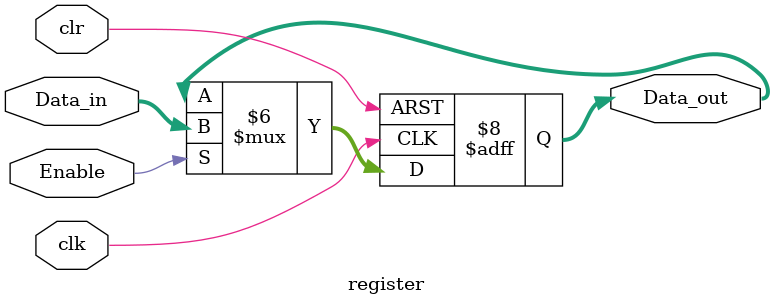
<source format=v>
`timescale 1ns / 1ps


module register(Data_in,Enable,clk,clr,Data_out);
	parameter WIDTH = 32;
	//WIDTH:²ÎÊý£¬ÔÚÊµÀý»¯Ê±£¬¿ÉÒÔÊ¹ÓÃ´Ë²ÎÊýÀ©Õ¹DataµÄÎ»¿í
	input wire [WIDTH-1:0] Data_in;
	//clr ÉÏÉýÑØ Òì²½ÇåÁãData_out
	//Ê¹ÄÜ¶ËÎª0Ê±,ºöÂÔÊ±ÖÓ
	//Ê¹ÄÜ¶ËÎª1Ê±,Ê±ÖÓÉÏÉýÑØ¸üÐÂData_out
	input wire Enable;
	input wire clk;
	input wire clr;
	output reg [WIDTH-1:0] Data_out;
	
	initial begin
		Data_out = 0;
	end
	
	always @(posedge clr or posedge clk) begin
		if(clr == 1) begin
			Data_out = 0;
		end
		else if(Enable == 1) begin
			Data_out = Data_in;
		end
	end
endmodule

</source>
